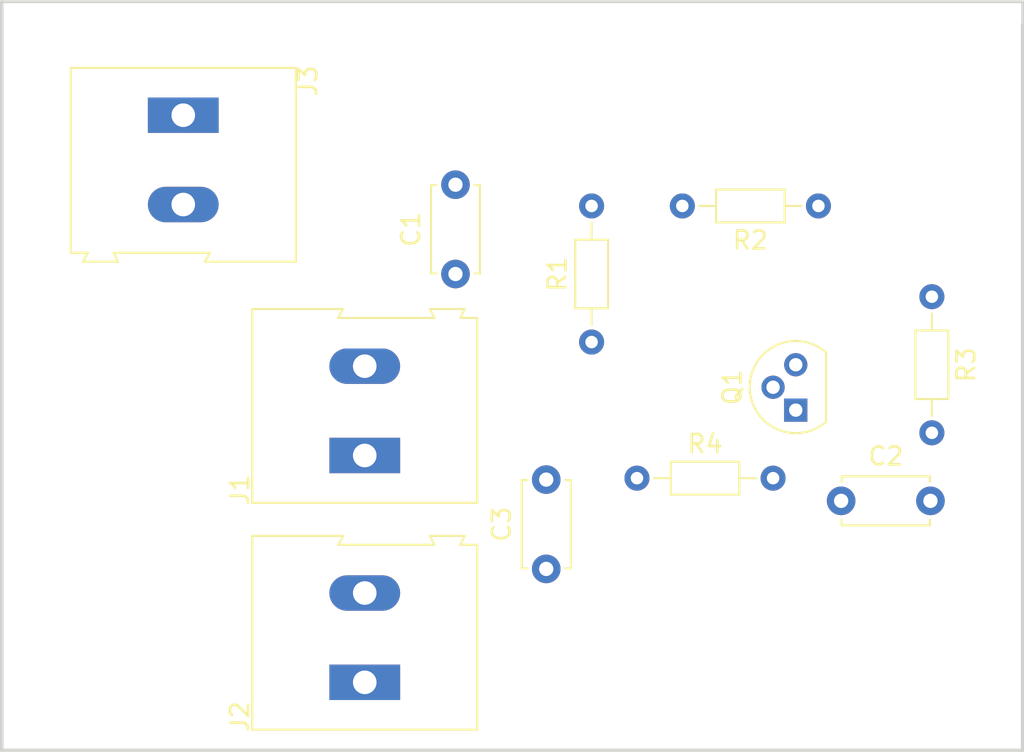
<source format=kicad_pcb>
(kicad_pcb (version 20171130) (host pcbnew "(5.0.0)")

  (general
    (thickness 1.6)
    (drawings 5)
    (tracks 0)
    (zones 0)
    (modules 11)
    (nets 8)
  )

  (page A4)
  (layers
    (0 F.Cu signal)
    (31 B.Cu signal)
    (35 F.Paste user)
    (36 B.SilkS user)
    (37 F.SilkS user)
    (38 B.Mask user)
    (39 F.Mask user)
    (40 Dwgs.User user)
    (41 Cmts.User user)
    (42 Eco1.User user)
    (43 Eco2.User user)
    (44 Edge.Cuts user)
    (45 Margin user)
    (46 B.CrtYd user)
    (47 F.CrtYd user)
    (49 F.Fab user)
  )

  (setup
    (last_trace_width 0.25)
    (trace_clearance 0.2)
    (zone_clearance 0.508)
    (zone_45_only no)
    (trace_min 0.2)
    (segment_width 0.2)
    (edge_width 0.15)
    (via_size 0.8)
    (via_drill 0.4)
    (via_min_size 0.4)
    (via_min_drill 0.3)
    (uvia_size 0.3)
    (uvia_drill 0.1)
    (uvias_allowed no)
    (uvia_min_size 0.2)
    (uvia_min_drill 0.1)
    (pcb_text_width 0.3)
    (pcb_text_size 1.5 1.5)
    (mod_edge_width 0.15)
    (mod_text_size 1 1)
    (mod_text_width 0.15)
    (pad_size 1.524 1.524)
    (pad_drill 0.762)
    (pad_to_mask_clearance 0.2)
    (aux_axis_origin 0 0)
    (visible_elements 7FFFFFFF)
    (pcbplotparams
      (layerselection 0x010fc_ffffffff)
      (usegerberextensions false)
      (usegerberattributes false)
      (usegerberadvancedattributes false)
      (creategerberjobfile false)
      (excludeedgelayer true)
      (linewidth 0.100000)
      (plotframeref false)
      (viasonmask false)
      (mode 1)
      (useauxorigin false)
      (hpglpennumber 1)
      (hpglpenspeed 20)
      (hpglpendiameter 15.000000)
      (psnegative false)
      (psa4output false)
      (plotreference true)
      (plotvalue true)
      (plotinvisibletext false)
      (padsonsilk false)
      (subtractmaskfromsilk false)
      (outputformat 1)
      (mirror false)
      (drillshape 1)
      (scaleselection 1)
      (outputdirectory ""))
  )

  (net 0 "")
  (net 1 "Net-(C1-Pad1)")
  (net 2 "Net-(C1-Pad2)")
  (net 3 "Net-(C2-Pad1)")
  (net 4 "Net-(C2-Pad2)")
  (net 5 GND)
  (net 6 "Net-(C3-Pad1)")
  (net 7 VCC)

  (net_class Default "This is the default net class."
    (clearance 0.2)
    (trace_width 0.25)
    (via_dia 0.8)
    (via_drill 0.4)
    (uvia_dia 0.3)
    (uvia_drill 0.1)
    (add_net GND)
    (add_net "Net-(C1-Pad1)")
    (add_net "Net-(C1-Pad2)")
    (add_net "Net-(C2-Pad1)")
    (add_net "Net-(C2-Pad2)")
    (add_net "Net-(C3-Pad1)")
    (add_net VCC)
  )

  (net_class Power ""
    (clearance 0.5)
    (trace_width 0.3)
    (via_dia 1)
    (via_drill 0.4)
    (uvia_dia 0.3)
    (uvia_drill 0.1)
  )

  (module Capacitor_THT:C_Disc_D4.7mm_W2.5mm_P5.00mm (layer F.Cu) (tedit 5AE50EF0) (tstamp 5CA9DAAE)
    (at 116.84 54.61 90)
    (descr "C, Disc series, Radial, pin pitch=5.00mm, , diameter*width=4.7*2.5mm^2, Capacitor, http://www.vishay.com/docs/45233/krseries.pdf")
    (tags "C Disc series Radial pin pitch 5.00mm  diameter 4.7mm width 2.5mm Capacitor")
    (path /5C8A4481)
    (fp_text reference C1 (at 2.5 -2.5 90) (layer F.SilkS)
      (effects (font (size 1 1) (thickness 0.15)))
    )
    (fp_text value 1uF (at 2.5 2.5 90) (layer F.Fab)
      (effects (font (size 1 1) (thickness 0.15)))
    )
    (fp_line (start 0.15 -1.25) (end 0.15 1.25) (layer F.Fab) (width 0.1))
    (fp_line (start 0.15 1.25) (end 4.85 1.25) (layer F.Fab) (width 0.1))
    (fp_line (start 4.85 1.25) (end 4.85 -1.25) (layer F.Fab) (width 0.1))
    (fp_line (start 4.85 -1.25) (end 0.15 -1.25) (layer F.Fab) (width 0.1))
    (fp_line (start 0.03 -1.37) (end 4.97 -1.37) (layer F.SilkS) (width 0.12))
    (fp_line (start 0.03 1.37) (end 4.97 1.37) (layer F.SilkS) (width 0.12))
    (fp_line (start 0.03 -1.37) (end 0.03 -1.055) (layer F.SilkS) (width 0.12))
    (fp_line (start 0.03 1.055) (end 0.03 1.37) (layer F.SilkS) (width 0.12))
    (fp_line (start 4.97 -1.37) (end 4.97 -1.055) (layer F.SilkS) (width 0.12))
    (fp_line (start 4.97 1.055) (end 4.97 1.37) (layer F.SilkS) (width 0.12))
    (fp_line (start -1.05 -1.5) (end -1.05 1.5) (layer F.CrtYd) (width 0.05))
    (fp_line (start -1.05 1.5) (end 6.05 1.5) (layer F.CrtYd) (width 0.05))
    (fp_line (start 6.05 1.5) (end 6.05 -1.5) (layer F.CrtYd) (width 0.05))
    (fp_line (start 6.05 -1.5) (end -1.05 -1.5) (layer F.CrtYd) (width 0.05))
    (fp_text user %R (at 2.5 0 90) (layer F.Fab)
      (effects (font (size 0.94 0.94) (thickness 0.141)))
    )
    (pad 1 thru_hole circle (at 0 0 90) (size 1.6 1.6) (drill 0.8) (layers *.Cu *.Mask)
      (net 1 "Net-(C1-Pad1)"))
    (pad 2 thru_hole circle (at 5 0 90) (size 1.6 1.6) (drill 0.8) (layers *.Cu *.Mask)
      (net 2 "Net-(C1-Pad2)"))
    (model ${KISYS3DMOD}/Capacitor_THT.3dshapes/C_Disc_D4.7mm_W2.5mm_P5.00mm.wrl
      (at (xyz 0 0 0))
      (scale (xyz 1 1 1))
      (rotate (xyz 0 0 0))
    )
  )

  (module Capacitor_THT:C_Disc_D4.7mm_W2.5mm_P5.00mm (layer F.Cu) (tedit 5AE50EF0) (tstamp 5CA9DAC3)
    (at 138.43 67.31)
    (descr "C, Disc series, Radial, pin pitch=5.00mm, , diameter*width=4.7*2.5mm^2, Capacitor, http://www.vishay.com/docs/45233/krseries.pdf")
    (tags "C Disc series Radial pin pitch 5.00mm  diameter 4.7mm width 2.5mm Capacitor")
    (path /5C8A49AE)
    (fp_text reference C2 (at 2.5 -2.5) (layer F.SilkS)
      (effects (font (size 1 1) (thickness 0.15)))
    )
    (fp_text value 4.7uF (at 2.5 2.5) (layer F.Fab)
      (effects (font (size 1 1) (thickness 0.15)))
    )
    (fp_line (start 0.15 -1.25) (end 0.15 1.25) (layer F.Fab) (width 0.1))
    (fp_line (start 0.15 1.25) (end 4.85 1.25) (layer F.Fab) (width 0.1))
    (fp_line (start 4.85 1.25) (end 4.85 -1.25) (layer F.Fab) (width 0.1))
    (fp_line (start 4.85 -1.25) (end 0.15 -1.25) (layer F.Fab) (width 0.1))
    (fp_line (start 0.03 -1.37) (end 4.97 -1.37) (layer F.SilkS) (width 0.12))
    (fp_line (start 0.03 1.37) (end 4.97 1.37) (layer F.SilkS) (width 0.12))
    (fp_line (start 0.03 -1.37) (end 0.03 -1.055) (layer F.SilkS) (width 0.12))
    (fp_line (start 0.03 1.055) (end 0.03 1.37) (layer F.SilkS) (width 0.12))
    (fp_line (start 4.97 -1.37) (end 4.97 -1.055) (layer F.SilkS) (width 0.12))
    (fp_line (start 4.97 1.055) (end 4.97 1.37) (layer F.SilkS) (width 0.12))
    (fp_line (start -1.05 -1.5) (end -1.05 1.5) (layer F.CrtYd) (width 0.05))
    (fp_line (start -1.05 1.5) (end 6.05 1.5) (layer F.CrtYd) (width 0.05))
    (fp_line (start 6.05 1.5) (end 6.05 -1.5) (layer F.CrtYd) (width 0.05))
    (fp_line (start 6.05 -1.5) (end -1.05 -1.5) (layer F.CrtYd) (width 0.05))
    (fp_text user %R (at 2.5 0) (layer F.Fab)
      (effects (font (size 0.94 0.94) (thickness 0.141)))
    )
    (pad 1 thru_hole circle (at 0 0) (size 1.6 1.6) (drill 0.8) (layers *.Cu *.Mask)
      (net 3 "Net-(C2-Pad1)"))
    (pad 2 thru_hole circle (at 5 0) (size 1.6 1.6) (drill 0.8) (layers *.Cu *.Mask)
      (net 4 "Net-(C2-Pad2)"))
    (model ${KISYS3DMOD}/Capacitor_THT.3dshapes/C_Disc_D4.7mm_W2.5mm_P5.00mm.wrl
      (at (xyz 0 0 0))
      (scale (xyz 1 1 1))
      (rotate (xyz 0 0 0))
    )
  )

  (module Capacitor_THT:C_Disc_D4.7mm_W2.5mm_P5.00mm (layer F.Cu) (tedit 5AE50EF0) (tstamp 5CA9DAD8)
    (at 121.92 71.12 90)
    (descr "C, Disc series, Radial, pin pitch=5.00mm, , diameter*width=4.7*2.5mm^2, Capacitor, http://www.vishay.com/docs/45233/krseries.pdf")
    (tags "C Disc series Radial pin pitch 5.00mm  diameter 4.7mm width 2.5mm Capacitor")
    (path /5C8A45C3)
    (fp_text reference C3 (at 2.5 -2.5 90) (layer F.SilkS)
      (effects (font (size 1 1) (thickness 0.15)))
    )
    (fp_text value 22uF (at 2.5 2.5 90) (layer F.Fab)
      (effects (font (size 1 1) (thickness 0.15)))
    )
    (fp_text user %R (at 2.5 0 90) (layer F.Fab)
      (effects (font (size 0.94 0.94) (thickness 0.141)))
    )
    (fp_line (start 6.05 -1.5) (end -1.05 -1.5) (layer F.CrtYd) (width 0.05))
    (fp_line (start 6.05 1.5) (end 6.05 -1.5) (layer F.CrtYd) (width 0.05))
    (fp_line (start -1.05 1.5) (end 6.05 1.5) (layer F.CrtYd) (width 0.05))
    (fp_line (start -1.05 -1.5) (end -1.05 1.5) (layer F.CrtYd) (width 0.05))
    (fp_line (start 4.97 1.055) (end 4.97 1.37) (layer F.SilkS) (width 0.12))
    (fp_line (start 4.97 -1.37) (end 4.97 -1.055) (layer F.SilkS) (width 0.12))
    (fp_line (start 0.03 1.055) (end 0.03 1.37) (layer F.SilkS) (width 0.12))
    (fp_line (start 0.03 -1.37) (end 0.03 -1.055) (layer F.SilkS) (width 0.12))
    (fp_line (start 0.03 1.37) (end 4.97 1.37) (layer F.SilkS) (width 0.12))
    (fp_line (start 0.03 -1.37) (end 4.97 -1.37) (layer F.SilkS) (width 0.12))
    (fp_line (start 4.85 -1.25) (end 0.15 -1.25) (layer F.Fab) (width 0.1))
    (fp_line (start 4.85 1.25) (end 4.85 -1.25) (layer F.Fab) (width 0.1))
    (fp_line (start 0.15 1.25) (end 4.85 1.25) (layer F.Fab) (width 0.1))
    (fp_line (start 0.15 -1.25) (end 0.15 1.25) (layer F.Fab) (width 0.1))
    (pad 2 thru_hole circle (at 5 0 90) (size 1.6 1.6) (drill 0.8) (layers *.Cu *.Mask)
      (net 5 GND))
    (pad 1 thru_hole circle (at 0 0 90) (size 1.6 1.6) (drill 0.8) (layers *.Cu *.Mask)
      (net 6 "Net-(C3-Pad1)"))
    (model ${KISYS3DMOD}/Capacitor_THT.3dshapes/C_Disc_D4.7mm_W2.5mm_P5.00mm.wrl
      (at (xyz 0 0 0))
      (scale (xyz 1 1 1))
      (rotate (xyz 0 0 0))
    )
  )

  (module TerminalBlock:TerminalBlock_Altech_AK300-2_P5.00mm (layer F.Cu) (tedit 59FF0306) (tstamp 5CA9DB3F)
    (at 111.76 64.77 90)
    (descr "Altech AK300 terminal block, pitch 5.0mm, 45 degree angled, see http://www.mouser.com/ds/2/16/PCBMETRC-24178.pdf")
    (tags "Altech AK300 terminal block pitch 5.0mm")
    (path /5C8A4169)
    (fp_text reference J1 (at -1.92 -6.99 90) (layer F.SilkS)
      (effects (font (size 1 1) (thickness 0.15)))
    )
    (fp_text value Conn_01x02 (at 2.78 7.75 90) (layer F.Fab)
      (effects (font (size 1 1) (thickness 0.15)))
    )
    (fp_text user %R (at 2.5 -2 90) (layer F.Fab)
      (effects (font (size 1 1) (thickness 0.15)))
    )
    (fp_line (start -2.65 -6.3) (end -2.65 6.3) (layer F.SilkS) (width 0.12))
    (fp_line (start -2.65 6.3) (end 7.7 6.3) (layer F.SilkS) (width 0.12))
    (fp_line (start 7.7 6.3) (end 7.7 5.35) (layer F.SilkS) (width 0.12))
    (fp_line (start 7.7 5.35) (end 8.2 5.6) (layer F.SilkS) (width 0.12))
    (fp_line (start 8.2 5.6) (end 8.2 3.7) (layer F.SilkS) (width 0.12))
    (fp_line (start 8.2 3.7) (end 8.2 3.65) (layer F.SilkS) (width 0.12))
    (fp_line (start 8.2 3.65) (end 7.7 3.9) (layer F.SilkS) (width 0.12))
    (fp_line (start 7.7 3.9) (end 7.7 -1.5) (layer F.SilkS) (width 0.12))
    (fp_line (start 7.7 -1.5) (end 8.2 -1.2) (layer F.SilkS) (width 0.12))
    (fp_line (start 8.2 -1.2) (end 8.2 -6.3) (layer F.SilkS) (width 0.12))
    (fp_line (start 8.2 -6.3) (end -2.65 -6.3) (layer F.SilkS) (width 0.12))
    (fp_line (start -1.26 2.54) (end 1.28 2.54) (layer F.Fab) (width 0.1))
    (fp_line (start 1.28 2.54) (end 1.28 -0.25) (layer F.Fab) (width 0.1))
    (fp_line (start -1.26 -0.25) (end 1.28 -0.25) (layer F.Fab) (width 0.1))
    (fp_line (start -1.26 2.54) (end -1.26 -0.25) (layer F.Fab) (width 0.1))
    (fp_line (start 3.74 2.54) (end 6.28 2.54) (layer F.Fab) (width 0.1))
    (fp_line (start 6.28 2.54) (end 6.28 -0.25) (layer F.Fab) (width 0.1))
    (fp_line (start 3.74 -0.25) (end 6.28 -0.25) (layer F.Fab) (width 0.1))
    (fp_line (start 3.74 2.54) (end 3.74 -0.25) (layer F.Fab) (width 0.1))
    (fp_line (start 7.61 -6.22) (end 7.61 -3.17) (layer F.Fab) (width 0.1))
    (fp_line (start 7.61 -6.22) (end -2.58 -6.22) (layer F.Fab) (width 0.1))
    (fp_line (start 7.61 -6.22) (end 8.11 -6.22) (layer F.Fab) (width 0.1))
    (fp_line (start 8.11 -6.22) (end 8.11 -1.4) (layer F.Fab) (width 0.1))
    (fp_line (start 8.11 -1.4) (end 7.61 -1.65) (layer F.Fab) (width 0.1))
    (fp_line (start 8.11 5.46) (end 7.61 5.21) (layer F.Fab) (width 0.1))
    (fp_line (start 7.61 5.21) (end 7.61 6.22) (layer F.Fab) (width 0.1))
    (fp_line (start 8.11 3.81) (end 7.61 4.06) (layer F.Fab) (width 0.1))
    (fp_line (start 7.61 4.06) (end 7.61 5.21) (layer F.Fab) (width 0.1))
    (fp_line (start 8.11 3.81) (end 8.11 5.46) (layer F.Fab) (width 0.1))
    (fp_line (start 2.98 6.22) (end 2.98 4.32) (layer F.Fab) (width 0.1))
    (fp_line (start 7.05 -0.25) (end 7.05 4.32) (layer F.Fab) (width 0.1))
    (fp_line (start 2.98 6.22) (end 7.05 6.22) (layer F.Fab) (width 0.1))
    (fp_line (start 7.05 6.22) (end 7.61 6.22) (layer F.Fab) (width 0.1))
    (fp_line (start 2.04 6.22) (end 2.04 4.32) (layer F.Fab) (width 0.1))
    (fp_line (start 2.04 6.22) (end 2.98 6.22) (layer F.Fab) (width 0.1))
    (fp_line (start -2.02 -0.25) (end -2.02 4.32) (layer F.Fab) (width 0.1))
    (fp_line (start -2.58 6.22) (end -2.02 6.22) (layer F.Fab) (width 0.1))
    (fp_line (start -2.02 6.22) (end 2.04 6.22) (layer F.Fab) (width 0.1))
    (fp_line (start 2.98 4.32) (end 7.05 4.32) (layer F.Fab) (width 0.1))
    (fp_line (start 2.98 4.32) (end 2.98 -0.25) (layer F.Fab) (width 0.1))
    (fp_line (start 7.05 4.32) (end 7.05 6.22) (layer F.Fab) (width 0.1))
    (fp_line (start 2.04 4.32) (end -2.02 4.32) (layer F.Fab) (width 0.1))
    (fp_line (start 2.04 4.32) (end 2.04 -0.25) (layer F.Fab) (width 0.1))
    (fp_line (start -2.02 4.32) (end -2.02 6.22) (layer F.Fab) (width 0.1))
    (fp_line (start 6.67 3.68) (end 6.67 0.51) (layer F.Fab) (width 0.1))
    (fp_line (start 6.67 3.68) (end 3.36 3.68) (layer F.Fab) (width 0.1))
    (fp_line (start 3.36 3.68) (end 3.36 0.51) (layer F.Fab) (width 0.1))
    (fp_line (start 1.66 3.68) (end 1.66 0.51) (layer F.Fab) (width 0.1))
    (fp_line (start 1.66 3.68) (end -1.64 3.68) (layer F.Fab) (width 0.1))
    (fp_line (start -1.64 3.68) (end -1.64 0.51) (layer F.Fab) (width 0.1))
    (fp_line (start -1.64 0.51) (end -1.26 0.51) (layer F.Fab) (width 0.1))
    (fp_line (start 1.66 0.51) (end 1.28 0.51) (layer F.Fab) (width 0.1))
    (fp_line (start 3.36 0.51) (end 3.74 0.51) (layer F.Fab) (width 0.1))
    (fp_line (start 6.67 0.51) (end 6.28 0.51) (layer F.Fab) (width 0.1))
    (fp_line (start -2.58 6.22) (end -2.58 -0.64) (layer F.Fab) (width 0.1))
    (fp_line (start -2.58 -0.64) (end -2.58 -3.17) (layer F.Fab) (width 0.1))
    (fp_line (start 7.61 -1.65) (end 7.61 -0.64) (layer F.Fab) (width 0.1))
    (fp_line (start 7.61 -0.64) (end 7.61 4.06) (layer F.Fab) (width 0.1))
    (fp_line (start -2.58 -3.17) (end 7.61 -3.17) (layer F.Fab) (width 0.1))
    (fp_line (start -2.58 -3.17) (end -2.58 -6.22) (layer F.Fab) (width 0.1))
    (fp_line (start 7.61 -3.17) (end 7.61 -1.65) (layer F.Fab) (width 0.1))
    (fp_line (start 2.98 -3.43) (end 2.98 -5.97) (layer F.Fab) (width 0.1))
    (fp_line (start 2.98 -5.97) (end 7.05 -5.97) (layer F.Fab) (width 0.1))
    (fp_line (start 7.05 -5.97) (end 7.05 -3.43) (layer F.Fab) (width 0.1))
    (fp_line (start 7.05 -3.43) (end 2.98 -3.43) (layer F.Fab) (width 0.1))
    (fp_line (start 2.04 -3.43) (end 2.04 -5.97) (layer F.Fab) (width 0.1))
    (fp_line (start 2.04 -3.43) (end -2.02 -3.43) (layer F.Fab) (width 0.1))
    (fp_line (start -2.02 -3.43) (end -2.02 -5.97) (layer F.Fab) (width 0.1))
    (fp_line (start 2.04 -5.97) (end -2.02 -5.97) (layer F.Fab) (width 0.1))
    (fp_line (start 3.39 -4.45) (end 6.44 -5.08) (layer F.Fab) (width 0.1))
    (fp_line (start 3.52 -4.32) (end 6.56 -4.95) (layer F.Fab) (width 0.1))
    (fp_line (start -1.62 -4.45) (end 1.44 -5.08) (layer F.Fab) (width 0.1))
    (fp_line (start -1.49 -4.32) (end 1.56 -4.95) (layer F.Fab) (width 0.1))
    (fp_line (start -2.02 -0.25) (end -1.64 -0.25) (layer F.Fab) (width 0.1))
    (fp_line (start 2.04 -0.25) (end 1.66 -0.25) (layer F.Fab) (width 0.1))
    (fp_line (start 1.66 -0.25) (end -1.64 -0.25) (layer F.Fab) (width 0.1))
    (fp_line (start -2.58 -0.64) (end -1.64 -0.64) (layer F.Fab) (width 0.1))
    (fp_line (start -1.64 -0.64) (end 1.66 -0.64) (layer F.Fab) (width 0.1))
    (fp_line (start 1.66 -0.64) (end 3.36 -0.64) (layer F.Fab) (width 0.1))
    (fp_line (start 7.61 -0.64) (end 6.67 -0.64) (layer F.Fab) (width 0.1))
    (fp_line (start 6.67 -0.64) (end 3.36 -0.64) (layer F.Fab) (width 0.1))
    (fp_line (start 7.05 -0.25) (end 6.67 -0.25) (layer F.Fab) (width 0.1))
    (fp_line (start 2.98 -0.25) (end 3.36 -0.25) (layer F.Fab) (width 0.1))
    (fp_line (start 3.36 -0.25) (end 6.67 -0.25) (layer F.Fab) (width 0.1))
    (fp_line (start -2.83 -6.47) (end 8.36 -6.47) (layer F.CrtYd) (width 0.05))
    (fp_line (start -2.83 -6.47) (end -2.83 6.47) (layer F.CrtYd) (width 0.05))
    (fp_line (start 8.36 6.47) (end 8.36 -6.47) (layer F.CrtYd) (width 0.05))
    (fp_line (start 8.36 6.47) (end -2.83 6.47) (layer F.CrtYd) (width 0.05))
    (fp_arc (start 6.03 -4.59) (end 6.54 -5.05) (angle 90.5) (layer F.Fab) (width 0.1))
    (fp_arc (start 5.07 -6.07) (end 6.53 -4.12) (angle 75.5) (layer F.Fab) (width 0.1))
    (fp_arc (start 4.99 -3.71) (end 3.39 -5) (angle 100) (layer F.Fab) (width 0.1))
    (fp_arc (start 3.87 -4.65) (end 3.58 -4.13) (angle 104.2) (layer F.Fab) (width 0.1))
    (fp_arc (start 1.03 -4.59) (end 1.53 -5.05) (angle 90.5) (layer F.Fab) (width 0.1))
    (fp_arc (start 0.06 -6.07) (end 1.53 -4.12) (angle 75.5) (layer F.Fab) (width 0.1))
    (fp_arc (start -0.01 -3.71) (end -1.62 -5) (angle 100) (layer F.Fab) (width 0.1))
    (fp_arc (start -1.13 -4.65) (end -1.42 -4.13) (angle 104.2) (layer F.Fab) (width 0.1))
    (pad 1 thru_hole rect (at 0 0 90) (size 1.98 3.96) (drill 1.32) (layers *.Cu *.Mask)
      (net 5 GND))
    (pad 2 thru_hole oval (at 5 0 90) (size 1.98 3.96) (drill 1.32) (layers *.Cu *.Mask)
      (net 2 "Net-(C1-Pad2)"))
    (model ${KISYS3DMOD}/TerminalBlock.3dshapes/TerminalBlock_Altech_AK300-2_P5.00mm.wrl
      (at (xyz 0 0 0))
      (scale (xyz 1 1 1))
      (rotate (xyz 0 0 0))
    )
  )

  (module TerminalBlock:TerminalBlock_Altech_AK300-2_P5.00mm (layer F.Cu) (tedit 59FF0306) (tstamp 5CA9DBA6)
    (at 111.76 77.47 90)
    (descr "Altech AK300 terminal block, pitch 5.0mm, 45 degree angled, see http://www.mouser.com/ds/2/16/PCBMETRC-24178.pdf")
    (tags "Altech AK300 terminal block pitch 5.0mm")
    (path /5C8A4C0A)
    (fp_text reference J2 (at -1.92 -6.99 90) (layer F.SilkS)
      (effects (font (size 1 1) (thickness 0.15)))
    )
    (fp_text value Conn_01x02 (at 2.78 7.75 90) (layer F.Fab)
      (effects (font (size 1 1) (thickness 0.15)))
    )
    (fp_arc (start -1.13 -4.65) (end -1.42 -4.13) (angle 104.2) (layer F.Fab) (width 0.1))
    (fp_arc (start -0.01 -3.71) (end -1.62 -5) (angle 100) (layer F.Fab) (width 0.1))
    (fp_arc (start 0.06 -6.07) (end 1.53 -4.12) (angle 75.5) (layer F.Fab) (width 0.1))
    (fp_arc (start 1.03 -4.59) (end 1.53 -5.05) (angle 90.5) (layer F.Fab) (width 0.1))
    (fp_arc (start 3.87 -4.65) (end 3.58 -4.13) (angle 104.2) (layer F.Fab) (width 0.1))
    (fp_arc (start 4.99 -3.71) (end 3.39 -5) (angle 100) (layer F.Fab) (width 0.1))
    (fp_arc (start 5.07 -6.07) (end 6.53 -4.12) (angle 75.5) (layer F.Fab) (width 0.1))
    (fp_arc (start 6.03 -4.59) (end 6.54 -5.05) (angle 90.5) (layer F.Fab) (width 0.1))
    (fp_line (start 8.36 6.47) (end -2.83 6.47) (layer F.CrtYd) (width 0.05))
    (fp_line (start 8.36 6.47) (end 8.36 -6.47) (layer F.CrtYd) (width 0.05))
    (fp_line (start -2.83 -6.47) (end -2.83 6.47) (layer F.CrtYd) (width 0.05))
    (fp_line (start -2.83 -6.47) (end 8.36 -6.47) (layer F.CrtYd) (width 0.05))
    (fp_line (start 3.36 -0.25) (end 6.67 -0.25) (layer F.Fab) (width 0.1))
    (fp_line (start 2.98 -0.25) (end 3.36 -0.25) (layer F.Fab) (width 0.1))
    (fp_line (start 7.05 -0.25) (end 6.67 -0.25) (layer F.Fab) (width 0.1))
    (fp_line (start 6.67 -0.64) (end 3.36 -0.64) (layer F.Fab) (width 0.1))
    (fp_line (start 7.61 -0.64) (end 6.67 -0.64) (layer F.Fab) (width 0.1))
    (fp_line (start 1.66 -0.64) (end 3.36 -0.64) (layer F.Fab) (width 0.1))
    (fp_line (start -1.64 -0.64) (end 1.66 -0.64) (layer F.Fab) (width 0.1))
    (fp_line (start -2.58 -0.64) (end -1.64 -0.64) (layer F.Fab) (width 0.1))
    (fp_line (start 1.66 -0.25) (end -1.64 -0.25) (layer F.Fab) (width 0.1))
    (fp_line (start 2.04 -0.25) (end 1.66 -0.25) (layer F.Fab) (width 0.1))
    (fp_line (start -2.02 -0.25) (end -1.64 -0.25) (layer F.Fab) (width 0.1))
    (fp_line (start -1.49 -4.32) (end 1.56 -4.95) (layer F.Fab) (width 0.1))
    (fp_line (start -1.62 -4.45) (end 1.44 -5.08) (layer F.Fab) (width 0.1))
    (fp_line (start 3.52 -4.32) (end 6.56 -4.95) (layer F.Fab) (width 0.1))
    (fp_line (start 3.39 -4.45) (end 6.44 -5.08) (layer F.Fab) (width 0.1))
    (fp_line (start 2.04 -5.97) (end -2.02 -5.97) (layer F.Fab) (width 0.1))
    (fp_line (start -2.02 -3.43) (end -2.02 -5.97) (layer F.Fab) (width 0.1))
    (fp_line (start 2.04 -3.43) (end -2.02 -3.43) (layer F.Fab) (width 0.1))
    (fp_line (start 2.04 -3.43) (end 2.04 -5.97) (layer F.Fab) (width 0.1))
    (fp_line (start 7.05 -3.43) (end 2.98 -3.43) (layer F.Fab) (width 0.1))
    (fp_line (start 7.05 -5.97) (end 7.05 -3.43) (layer F.Fab) (width 0.1))
    (fp_line (start 2.98 -5.97) (end 7.05 -5.97) (layer F.Fab) (width 0.1))
    (fp_line (start 2.98 -3.43) (end 2.98 -5.97) (layer F.Fab) (width 0.1))
    (fp_line (start 7.61 -3.17) (end 7.61 -1.65) (layer F.Fab) (width 0.1))
    (fp_line (start -2.58 -3.17) (end -2.58 -6.22) (layer F.Fab) (width 0.1))
    (fp_line (start -2.58 -3.17) (end 7.61 -3.17) (layer F.Fab) (width 0.1))
    (fp_line (start 7.61 -0.64) (end 7.61 4.06) (layer F.Fab) (width 0.1))
    (fp_line (start 7.61 -1.65) (end 7.61 -0.64) (layer F.Fab) (width 0.1))
    (fp_line (start -2.58 -0.64) (end -2.58 -3.17) (layer F.Fab) (width 0.1))
    (fp_line (start -2.58 6.22) (end -2.58 -0.64) (layer F.Fab) (width 0.1))
    (fp_line (start 6.67 0.51) (end 6.28 0.51) (layer F.Fab) (width 0.1))
    (fp_line (start 3.36 0.51) (end 3.74 0.51) (layer F.Fab) (width 0.1))
    (fp_line (start 1.66 0.51) (end 1.28 0.51) (layer F.Fab) (width 0.1))
    (fp_line (start -1.64 0.51) (end -1.26 0.51) (layer F.Fab) (width 0.1))
    (fp_line (start -1.64 3.68) (end -1.64 0.51) (layer F.Fab) (width 0.1))
    (fp_line (start 1.66 3.68) (end -1.64 3.68) (layer F.Fab) (width 0.1))
    (fp_line (start 1.66 3.68) (end 1.66 0.51) (layer F.Fab) (width 0.1))
    (fp_line (start 3.36 3.68) (end 3.36 0.51) (layer F.Fab) (width 0.1))
    (fp_line (start 6.67 3.68) (end 3.36 3.68) (layer F.Fab) (width 0.1))
    (fp_line (start 6.67 3.68) (end 6.67 0.51) (layer F.Fab) (width 0.1))
    (fp_line (start -2.02 4.32) (end -2.02 6.22) (layer F.Fab) (width 0.1))
    (fp_line (start 2.04 4.32) (end 2.04 -0.25) (layer F.Fab) (width 0.1))
    (fp_line (start 2.04 4.32) (end -2.02 4.32) (layer F.Fab) (width 0.1))
    (fp_line (start 7.05 4.32) (end 7.05 6.22) (layer F.Fab) (width 0.1))
    (fp_line (start 2.98 4.32) (end 2.98 -0.25) (layer F.Fab) (width 0.1))
    (fp_line (start 2.98 4.32) (end 7.05 4.32) (layer F.Fab) (width 0.1))
    (fp_line (start -2.02 6.22) (end 2.04 6.22) (layer F.Fab) (width 0.1))
    (fp_line (start -2.58 6.22) (end -2.02 6.22) (layer F.Fab) (width 0.1))
    (fp_line (start -2.02 -0.25) (end -2.02 4.32) (layer F.Fab) (width 0.1))
    (fp_line (start 2.04 6.22) (end 2.98 6.22) (layer F.Fab) (width 0.1))
    (fp_line (start 2.04 6.22) (end 2.04 4.32) (layer F.Fab) (width 0.1))
    (fp_line (start 7.05 6.22) (end 7.61 6.22) (layer F.Fab) (width 0.1))
    (fp_line (start 2.98 6.22) (end 7.05 6.22) (layer F.Fab) (width 0.1))
    (fp_line (start 7.05 -0.25) (end 7.05 4.32) (layer F.Fab) (width 0.1))
    (fp_line (start 2.98 6.22) (end 2.98 4.32) (layer F.Fab) (width 0.1))
    (fp_line (start 8.11 3.81) (end 8.11 5.46) (layer F.Fab) (width 0.1))
    (fp_line (start 7.61 4.06) (end 7.61 5.21) (layer F.Fab) (width 0.1))
    (fp_line (start 8.11 3.81) (end 7.61 4.06) (layer F.Fab) (width 0.1))
    (fp_line (start 7.61 5.21) (end 7.61 6.22) (layer F.Fab) (width 0.1))
    (fp_line (start 8.11 5.46) (end 7.61 5.21) (layer F.Fab) (width 0.1))
    (fp_line (start 8.11 -1.4) (end 7.61 -1.65) (layer F.Fab) (width 0.1))
    (fp_line (start 8.11 -6.22) (end 8.11 -1.4) (layer F.Fab) (width 0.1))
    (fp_line (start 7.61 -6.22) (end 8.11 -6.22) (layer F.Fab) (width 0.1))
    (fp_line (start 7.61 -6.22) (end -2.58 -6.22) (layer F.Fab) (width 0.1))
    (fp_line (start 7.61 -6.22) (end 7.61 -3.17) (layer F.Fab) (width 0.1))
    (fp_line (start 3.74 2.54) (end 3.74 -0.25) (layer F.Fab) (width 0.1))
    (fp_line (start 3.74 -0.25) (end 6.28 -0.25) (layer F.Fab) (width 0.1))
    (fp_line (start 6.28 2.54) (end 6.28 -0.25) (layer F.Fab) (width 0.1))
    (fp_line (start 3.74 2.54) (end 6.28 2.54) (layer F.Fab) (width 0.1))
    (fp_line (start -1.26 2.54) (end -1.26 -0.25) (layer F.Fab) (width 0.1))
    (fp_line (start -1.26 -0.25) (end 1.28 -0.25) (layer F.Fab) (width 0.1))
    (fp_line (start 1.28 2.54) (end 1.28 -0.25) (layer F.Fab) (width 0.1))
    (fp_line (start -1.26 2.54) (end 1.28 2.54) (layer F.Fab) (width 0.1))
    (fp_line (start 8.2 -6.3) (end -2.65 -6.3) (layer F.SilkS) (width 0.12))
    (fp_line (start 8.2 -1.2) (end 8.2 -6.3) (layer F.SilkS) (width 0.12))
    (fp_line (start 7.7 -1.5) (end 8.2 -1.2) (layer F.SilkS) (width 0.12))
    (fp_line (start 7.7 3.9) (end 7.7 -1.5) (layer F.SilkS) (width 0.12))
    (fp_line (start 8.2 3.65) (end 7.7 3.9) (layer F.SilkS) (width 0.12))
    (fp_line (start 8.2 3.7) (end 8.2 3.65) (layer F.SilkS) (width 0.12))
    (fp_line (start 8.2 5.6) (end 8.2 3.7) (layer F.SilkS) (width 0.12))
    (fp_line (start 7.7 5.35) (end 8.2 5.6) (layer F.SilkS) (width 0.12))
    (fp_line (start 7.7 6.3) (end 7.7 5.35) (layer F.SilkS) (width 0.12))
    (fp_line (start -2.65 6.3) (end 7.7 6.3) (layer F.SilkS) (width 0.12))
    (fp_line (start -2.65 -6.3) (end -2.65 6.3) (layer F.SilkS) (width 0.12))
    (fp_text user %R (at 2.5 -2 90) (layer F.Fab)
      (effects (font (size 1 1) (thickness 0.15)))
    )
    (pad 2 thru_hole oval (at 5 0 90) (size 1.98 3.96) (drill 1.32) (layers *.Cu *.Mask)
      (net 5 GND))
    (pad 1 thru_hole rect (at 0 0 90) (size 1.98 3.96) (drill 1.32) (layers *.Cu *.Mask)
      (net 3 "Net-(C2-Pad1)"))
    (model ${KISYS3DMOD}/TerminalBlock.3dshapes/TerminalBlock_Altech_AK300-2_P5.00mm.wrl
      (at (xyz 0 0 0))
      (scale (xyz 1 1 1))
      (rotate (xyz 0 0 0))
    )
  )

  (module Package_TO_SOT_THT:TO-92L (layer F.Cu) (tedit 5A27966C) (tstamp 5CA9DBB7)
    (at 135.89 62.23 90)
    (descr "TO-92L leads in-line (large body variant of TO-92), also known as TO-226, wide, drill 0.75mm (see https://www.diodes.com/assets/Package-Files/TO92L.pdf and http://www.ti.com/lit/an/snoa059/snoa059.pdf)")
    (tags "TO-92L Molded Narrow transistor")
    (path /5C8A4236)
    (fp_text reference Q1 (at 1.29 -3.56 90) (layer F.SilkS)
      (effects (font (size 1 1) (thickness 0.15)))
    )
    (fp_text value 2N2219 (at 1.29 2.79 90) (layer F.Fab)
      (effects (font (size 1 1) (thickness 0.15)))
    )
    (fp_text user %R (at 1.29 -3.56 90) (layer F.Fab)
      (effects (font (size 1 1) (thickness 0.15)))
    )
    (fp_line (start -0.65 1.7) (end 3.2 1.7) (layer F.SilkS) (width 0.12))
    (fp_line (start -0.6 1.6) (end 3.15 1.6) (layer F.Fab) (width 0.1))
    (fp_line (start -1.45 -2.75) (end 4.05 -2.75) (layer F.CrtYd) (width 0.05))
    (fp_line (start -1.45 -2.75) (end -1.45 1.85) (layer F.CrtYd) (width 0.05))
    (fp_line (start 4.05 1.85) (end 4.05 -2.75) (layer F.CrtYd) (width 0.05))
    (fp_line (start 4.05 1.85) (end -1.45 1.85) (layer F.CrtYd) (width 0.05))
    (fp_arc (start 1.29 0) (end -0.65 1.7) (angle 262.164354) (layer F.SilkS) (width 0.12))
    (fp_arc (start 1.29 0) (end 1.29 -2.48) (angle 129.9527847) (layer F.Fab) (width 0.1))
    (fp_arc (start 1.29 0) (end 1.29 -2.48) (angle -130.2499344) (layer F.Fab) (width 0.1))
    (pad 2 thru_hole circle (at 1.28 -1.27 180) (size 1.3 1.3) (drill 0.75) (layers *.Cu *.Mask)
      (net 1 "Net-(C1-Pad1)"))
    (pad 3 thru_hole circle (at 2.54 0 180) (size 1.3 1.3) (drill 0.75) (layers *.Cu *.Mask)
      (net 4 "Net-(C2-Pad2)"))
    (pad 1 thru_hole rect (at 0 0 180) (size 1.3 1.3) (drill 0.75) (layers *.Cu *.Mask)
      (net 6 "Net-(C3-Pad1)"))
    (model ${KISYS3DMOD}/Package_TO_SOT_THT.3dshapes/TO-92L.wrl
      (at (xyz 0 0 0))
      (scale (xyz 1 1 1))
      (rotate (xyz 0 0 0))
    )
  )

  (module Resistor_THT:R_Axial_DIN0204_L3.6mm_D1.6mm_P7.62mm_Horizontal (layer F.Cu) (tedit 5AE5139B) (tstamp 5CA9DBCE)
    (at 124.46 58.42 90)
    (descr "Resistor, Axial_DIN0204 series, Axial, Horizontal, pin pitch=7.62mm, 0.167W, length*diameter=3.6*1.6mm^2, http://cdn-reichelt.de/documents/datenblatt/B400/1_4W%23YAG.pdf")
    (tags "Resistor Axial_DIN0204 series Axial Horizontal pin pitch 7.62mm 0.167W length 3.6mm diameter 1.6mm")
    (path /5C8A44C2)
    (fp_text reference R1 (at 3.81 -1.92 90) (layer F.SilkS)
      (effects (font (size 1 1) (thickness 0.15)))
    )
    (fp_text value 1K (at 3.81 1.92 90) (layer F.Fab)
      (effects (font (size 1 1) (thickness 0.15)))
    )
    (fp_line (start 2.01 -0.8) (end 2.01 0.8) (layer F.Fab) (width 0.1))
    (fp_line (start 2.01 0.8) (end 5.61 0.8) (layer F.Fab) (width 0.1))
    (fp_line (start 5.61 0.8) (end 5.61 -0.8) (layer F.Fab) (width 0.1))
    (fp_line (start 5.61 -0.8) (end 2.01 -0.8) (layer F.Fab) (width 0.1))
    (fp_line (start 0 0) (end 2.01 0) (layer F.Fab) (width 0.1))
    (fp_line (start 7.62 0) (end 5.61 0) (layer F.Fab) (width 0.1))
    (fp_line (start 1.89 -0.92) (end 1.89 0.92) (layer F.SilkS) (width 0.12))
    (fp_line (start 1.89 0.92) (end 5.73 0.92) (layer F.SilkS) (width 0.12))
    (fp_line (start 5.73 0.92) (end 5.73 -0.92) (layer F.SilkS) (width 0.12))
    (fp_line (start 5.73 -0.92) (end 1.89 -0.92) (layer F.SilkS) (width 0.12))
    (fp_line (start 0.94 0) (end 1.89 0) (layer F.SilkS) (width 0.12))
    (fp_line (start 6.68 0) (end 5.73 0) (layer F.SilkS) (width 0.12))
    (fp_line (start -0.95 -1.05) (end -0.95 1.05) (layer F.CrtYd) (width 0.05))
    (fp_line (start -0.95 1.05) (end 8.57 1.05) (layer F.CrtYd) (width 0.05))
    (fp_line (start 8.57 1.05) (end 8.57 -1.05) (layer F.CrtYd) (width 0.05))
    (fp_line (start 8.57 -1.05) (end -0.95 -1.05) (layer F.CrtYd) (width 0.05))
    (fp_text user %R (at 3.81 0 90) (layer F.Fab)
      (effects (font (size 0.72 0.72) (thickness 0.108)))
    )
    (pad 1 thru_hole circle (at 0 0 90) (size 1.4 1.4) (drill 0.7) (layers *.Cu *.Mask)
      (net 5 GND))
    (pad 2 thru_hole oval (at 7.62 0 90) (size 1.4 1.4) (drill 0.7) (layers *.Cu *.Mask)
      (net 1 "Net-(C1-Pad1)"))
    (model ${KISYS3DMOD}/Resistor_THT.3dshapes/R_Axial_DIN0204_L3.6mm_D1.6mm_P7.62mm_Horizontal.wrl
      (at (xyz 0 0 0))
      (scale (xyz 1 1 1))
      (rotate (xyz 0 0 0))
    )
  )

  (module Resistor_THT:R_Axial_DIN0204_L3.6mm_D1.6mm_P7.62mm_Horizontal (layer F.Cu) (tedit 5AE5139B) (tstamp 5CA9DBE5)
    (at 137.16 50.8 180)
    (descr "Resistor, Axial_DIN0204 series, Axial, Horizontal, pin pitch=7.62mm, 0.167W, length*diameter=3.6*1.6mm^2, http://cdn-reichelt.de/documents/datenblatt/B400/1_4W%23YAG.pdf")
    (tags "Resistor Axial_DIN0204 series Axial Horizontal pin pitch 7.62mm 0.167W length 3.6mm diameter 1.6mm")
    (path /5C8A44F4)
    (fp_text reference R2 (at 3.81 -1.92 180) (layer F.SilkS)
      (effects (font (size 1 1) (thickness 0.15)))
    )
    (fp_text value 4.7K (at 3.81 1.92 180) (layer F.Fab)
      (effects (font (size 1 1) (thickness 0.15)))
    )
    (fp_text user %R (at 3.81 0 180) (layer F.Fab)
      (effects (font (size 0.72 0.72) (thickness 0.108)))
    )
    (fp_line (start 8.57 -1.05) (end -0.95 -1.05) (layer F.CrtYd) (width 0.05))
    (fp_line (start 8.57 1.05) (end 8.57 -1.05) (layer F.CrtYd) (width 0.05))
    (fp_line (start -0.95 1.05) (end 8.57 1.05) (layer F.CrtYd) (width 0.05))
    (fp_line (start -0.95 -1.05) (end -0.95 1.05) (layer F.CrtYd) (width 0.05))
    (fp_line (start 6.68 0) (end 5.73 0) (layer F.SilkS) (width 0.12))
    (fp_line (start 0.94 0) (end 1.89 0) (layer F.SilkS) (width 0.12))
    (fp_line (start 5.73 -0.92) (end 1.89 -0.92) (layer F.SilkS) (width 0.12))
    (fp_line (start 5.73 0.92) (end 5.73 -0.92) (layer F.SilkS) (width 0.12))
    (fp_line (start 1.89 0.92) (end 5.73 0.92) (layer F.SilkS) (width 0.12))
    (fp_line (start 1.89 -0.92) (end 1.89 0.92) (layer F.SilkS) (width 0.12))
    (fp_line (start 7.62 0) (end 5.61 0) (layer F.Fab) (width 0.1))
    (fp_line (start 0 0) (end 2.01 0) (layer F.Fab) (width 0.1))
    (fp_line (start 5.61 -0.8) (end 2.01 -0.8) (layer F.Fab) (width 0.1))
    (fp_line (start 5.61 0.8) (end 5.61 -0.8) (layer F.Fab) (width 0.1))
    (fp_line (start 2.01 0.8) (end 5.61 0.8) (layer F.Fab) (width 0.1))
    (fp_line (start 2.01 -0.8) (end 2.01 0.8) (layer F.Fab) (width 0.1))
    (pad 2 thru_hole oval (at 7.62 0 180) (size 1.4 1.4) (drill 0.7) (layers *.Cu *.Mask)
      (net 1 "Net-(C1-Pad1)"))
    (pad 1 thru_hole circle (at 0 0 180) (size 1.4 1.4) (drill 0.7) (layers *.Cu *.Mask)
      (net 7 VCC))
    (model ${KISYS3DMOD}/Resistor_THT.3dshapes/R_Axial_DIN0204_L3.6mm_D1.6mm_P7.62mm_Horizontal.wrl
      (at (xyz 0 0 0))
      (scale (xyz 1 1 1))
      (rotate (xyz 0 0 0))
    )
  )

  (module Resistor_THT:R_Axial_DIN0204_L3.6mm_D1.6mm_P7.62mm_Horizontal (layer F.Cu) (tedit 5AE5139B) (tstamp 5CA9DBFC)
    (at 143.51 55.88 270)
    (descr "Resistor, Axial_DIN0204 series, Axial, Horizontal, pin pitch=7.62mm, 0.167W, length*diameter=3.6*1.6mm^2, http://cdn-reichelt.de/documents/datenblatt/B400/1_4W%23YAG.pdf")
    (tags "Resistor Axial_DIN0204 series Axial Horizontal pin pitch 7.62mm 0.167W length 3.6mm diameter 1.6mm")
    (path /5C8A4526)
    (fp_text reference R3 (at 3.81 -1.92 270) (layer F.SilkS)
      (effects (font (size 1 1) (thickness 0.15)))
    )
    (fp_text value 4.7K (at 3.81 1.92 270) (layer F.Fab)
      (effects (font (size 1 1) (thickness 0.15)))
    )
    (fp_line (start 2.01 -0.8) (end 2.01 0.8) (layer F.Fab) (width 0.1))
    (fp_line (start 2.01 0.8) (end 5.61 0.8) (layer F.Fab) (width 0.1))
    (fp_line (start 5.61 0.8) (end 5.61 -0.8) (layer F.Fab) (width 0.1))
    (fp_line (start 5.61 -0.8) (end 2.01 -0.8) (layer F.Fab) (width 0.1))
    (fp_line (start 0 0) (end 2.01 0) (layer F.Fab) (width 0.1))
    (fp_line (start 7.62 0) (end 5.61 0) (layer F.Fab) (width 0.1))
    (fp_line (start 1.89 -0.92) (end 1.89 0.92) (layer F.SilkS) (width 0.12))
    (fp_line (start 1.89 0.92) (end 5.73 0.92) (layer F.SilkS) (width 0.12))
    (fp_line (start 5.73 0.92) (end 5.73 -0.92) (layer F.SilkS) (width 0.12))
    (fp_line (start 5.73 -0.92) (end 1.89 -0.92) (layer F.SilkS) (width 0.12))
    (fp_line (start 0.94 0) (end 1.89 0) (layer F.SilkS) (width 0.12))
    (fp_line (start 6.68 0) (end 5.73 0) (layer F.SilkS) (width 0.12))
    (fp_line (start -0.95 -1.05) (end -0.95 1.05) (layer F.CrtYd) (width 0.05))
    (fp_line (start -0.95 1.05) (end 8.57 1.05) (layer F.CrtYd) (width 0.05))
    (fp_line (start 8.57 1.05) (end 8.57 -1.05) (layer F.CrtYd) (width 0.05))
    (fp_line (start 8.57 -1.05) (end -0.95 -1.05) (layer F.CrtYd) (width 0.05))
    (fp_text user %R (at 3.81 0 270) (layer F.Fab)
      (effects (font (size 0.72 0.72) (thickness 0.108)))
    )
    (pad 1 thru_hole circle (at 0 0 270) (size 1.4 1.4) (drill 0.7) (layers *.Cu *.Mask)
      (net 7 VCC))
    (pad 2 thru_hole oval (at 7.62 0 270) (size 1.4 1.4) (drill 0.7) (layers *.Cu *.Mask)
      (net 4 "Net-(C2-Pad2)"))
    (model ${KISYS3DMOD}/Resistor_THT.3dshapes/R_Axial_DIN0204_L3.6mm_D1.6mm_P7.62mm_Horizontal.wrl
      (at (xyz 0 0 0))
      (scale (xyz 1 1 1))
      (rotate (xyz 0 0 0))
    )
  )

  (module Resistor_THT:R_Axial_DIN0204_L3.6mm_D1.6mm_P7.62mm_Horizontal (layer F.Cu) (tedit 5AE5139B) (tstamp 5CA9DC13)
    (at 127 66.04)
    (descr "Resistor, Axial_DIN0204 series, Axial, Horizontal, pin pitch=7.62mm, 0.167W, length*diameter=3.6*1.6mm^2, http://cdn-reichelt.de/documents/datenblatt/B400/1_4W%23YAG.pdf")
    (tags "Resistor Axial_DIN0204 series Axial Horizontal pin pitch 7.62mm 0.167W length 3.6mm diameter 1.6mm")
    (path /5C8A456A)
    (fp_text reference R4 (at 3.81 -1.92) (layer F.SilkS)
      (effects (font (size 1 1) (thickness 0.15)))
    )
    (fp_text value 1K (at 3.81 1.92) (layer F.Fab)
      (effects (font (size 1 1) (thickness 0.15)))
    )
    (fp_text user %R (at 3.81 0) (layer F.Fab)
      (effects (font (size 0.72 0.72) (thickness 0.108)))
    )
    (fp_line (start 8.57 -1.05) (end -0.95 -1.05) (layer F.CrtYd) (width 0.05))
    (fp_line (start 8.57 1.05) (end 8.57 -1.05) (layer F.CrtYd) (width 0.05))
    (fp_line (start -0.95 1.05) (end 8.57 1.05) (layer F.CrtYd) (width 0.05))
    (fp_line (start -0.95 -1.05) (end -0.95 1.05) (layer F.CrtYd) (width 0.05))
    (fp_line (start 6.68 0) (end 5.73 0) (layer F.SilkS) (width 0.12))
    (fp_line (start 0.94 0) (end 1.89 0) (layer F.SilkS) (width 0.12))
    (fp_line (start 5.73 -0.92) (end 1.89 -0.92) (layer F.SilkS) (width 0.12))
    (fp_line (start 5.73 0.92) (end 5.73 -0.92) (layer F.SilkS) (width 0.12))
    (fp_line (start 1.89 0.92) (end 5.73 0.92) (layer F.SilkS) (width 0.12))
    (fp_line (start 1.89 -0.92) (end 1.89 0.92) (layer F.SilkS) (width 0.12))
    (fp_line (start 7.62 0) (end 5.61 0) (layer F.Fab) (width 0.1))
    (fp_line (start 0 0) (end 2.01 0) (layer F.Fab) (width 0.1))
    (fp_line (start 5.61 -0.8) (end 2.01 -0.8) (layer F.Fab) (width 0.1))
    (fp_line (start 5.61 0.8) (end 5.61 -0.8) (layer F.Fab) (width 0.1))
    (fp_line (start 2.01 0.8) (end 5.61 0.8) (layer F.Fab) (width 0.1))
    (fp_line (start 2.01 -0.8) (end 2.01 0.8) (layer F.Fab) (width 0.1))
    (pad 2 thru_hole oval (at 7.62 0) (size 1.4 1.4) (drill 0.7) (layers *.Cu *.Mask)
      (net 6 "Net-(C3-Pad1)"))
    (pad 1 thru_hole circle (at 0 0) (size 1.4 1.4) (drill 0.7) (layers *.Cu *.Mask)
      (net 5 GND))
    (model ${KISYS3DMOD}/Resistor_THT.3dshapes/R_Axial_DIN0204_L3.6mm_D1.6mm_P7.62mm_Horizontal.wrl
      (at (xyz 0 0 0))
      (scale (xyz 1 1 1))
      (rotate (xyz 0 0 0))
    )
  )

  (module TerminalBlock:TerminalBlock_Altech_AK300-2_P5.00mm (layer F.Cu) (tedit 59FF0306) (tstamp 5CAA30FD)
    (at 101.6 45.72 270)
    (descr "Altech AK300 terminal block, pitch 5.0mm, 45 degree angled, see http://www.mouser.com/ds/2/16/PCBMETRC-24178.pdf")
    (tags "Altech AK300 terminal block pitch 5.0mm")
    (path /5CA9EAC4)
    (fp_text reference J3 (at -1.92 -6.99 270) (layer F.SilkS)
      (effects (font (size 1 1) (thickness 0.15)))
    )
    (fp_text value Screw_Terminal_01x02 (at 2.78 7.75 270) (layer F.Fab)
      (effects (font (size 1 1) (thickness 0.15)))
    )
    (fp_text user %R (at 2.5 -2 270) (layer F.Fab)
      (effects (font (size 1 1) (thickness 0.15)))
    )
    (fp_line (start -2.65 -6.3) (end -2.65 6.3) (layer F.SilkS) (width 0.12))
    (fp_line (start -2.65 6.3) (end 7.7 6.3) (layer F.SilkS) (width 0.12))
    (fp_line (start 7.7 6.3) (end 7.7 5.35) (layer F.SilkS) (width 0.12))
    (fp_line (start 7.7 5.35) (end 8.2 5.6) (layer F.SilkS) (width 0.12))
    (fp_line (start 8.2 5.6) (end 8.2 3.7) (layer F.SilkS) (width 0.12))
    (fp_line (start 8.2 3.7) (end 8.2 3.65) (layer F.SilkS) (width 0.12))
    (fp_line (start 8.2 3.65) (end 7.7 3.9) (layer F.SilkS) (width 0.12))
    (fp_line (start 7.7 3.9) (end 7.7 -1.5) (layer F.SilkS) (width 0.12))
    (fp_line (start 7.7 -1.5) (end 8.2 -1.2) (layer F.SilkS) (width 0.12))
    (fp_line (start 8.2 -1.2) (end 8.2 -6.3) (layer F.SilkS) (width 0.12))
    (fp_line (start 8.2 -6.3) (end -2.65 -6.3) (layer F.SilkS) (width 0.12))
    (fp_line (start -1.26 2.54) (end 1.28 2.54) (layer F.Fab) (width 0.1))
    (fp_line (start 1.28 2.54) (end 1.28 -0.25) (layer F.Fab) (width 0.1))
    (fp_line (start -1.26 -0.25) (end 1.28 -0.25) (layer F.Fab) (width 0.1))
    (fp_line (start -1.26 2.54) (end -1.26 -0.25) (layer F.Fab) (width 0.1))
    (fp_line (start 3.74 2.54) (end 6.28 2.54) (layer F.Fab) (width 0.1))
    (fp_line (start 6.28 2.54) (end 6.28 -0.25) (layer F.Fab) (width 0.1))
    (fp_line (start 3.74 -0.25) (end 6.28 -0.25) (layer F.Fab) (width 0.1))
    (fp_line (start 3.74 2.54) (end 3.74 -0.25) (layer F.Fab) (width 0.1))
    (fp_line (start 7.61 -6.22) (end 7.61 -3.17) (layer F.Fab) (width 0.1))
    (fp_line (start 7.61 -6.22) (end -2.58 -6.22) (layer F.Fab) (width 0.1))
    (fp_line (start 7.61 -6.22) (end 8.11 -6.22) (layer F.Fab) (width 0.1))
    (fp_line (start 8.11 -6.22) (end 8.11 -1.4) (layer F.Fab) (width 0.1))
    (fp_line (start 8.11 -1.4) (end 7.61 -1.65) (layer F.Fab) (width 0.1))
    (fp_line (start 8.11 5.46) (end 7.61 5.21) (layer F.Fab) (width 0.1))
    (fp_line (start 7.61 5.21) (end 7.61 6.22) (layer F.Fab) (width 0.1))
    (fp_line (start 8.11 3.81) (end 7.61 4.06) (layer F.Fab) (width 0.1))
    (fp_line (start 7.61 4.06) (end 7.61 5.21) (layer F.Fab) (width 0.1))
    (fp_line (start 8.11 3.81) (end 8.11 5.46) (layer F.Fab) (width 0.1))
    (fp_line (start 2.98 6.22) (end 2.98 4.32) (layer F.Fab) (width 0.1))
    (fp_line (start 7.05 -0.25) (end 7.05 4.32) (layer F.Fab) (width 0.1))
    (fp_line (start 2.98 6.22) (end 7.05 6.22) (layer F.Fab) (width 0.1))
    (fp_line (start 7.05 6.22) (end 7.61 6.22) (layer F.Fab) (width 0.1))
    (fp_line (start 2.04 6.22) (end 2.04 4.32) (layer F.Fab) (width 0.1))
    (fp_line (start 2.04 6.22) (end 2.98 6.22) (layer F.Fab) (width 0.1))
    (fp_line (start -2.02 -0.25) (end -2.02 4.32) (layer F.Fab) (width 0.1))
    (fp_line (start -2.58 6.22) (end -2.02 6.22) (layer F.Fab) (width 0.1))
    (fp_line (start -2.02 6.22) (end 2.04 6.22) (layer F.Fab) (width 0.1))
    (fp_line (start 2.98 4.32) (end 7.05 4.32) (layer F.Fab) (width 0.1))
    (fp_line (start 2.98 4.32) (end 2.98 -0.25) (layer F.Fab) (width 0.1))
    (fp_line (start 7.05 4.32) (end 7.05 6.22) (layer F.Fab) (width 0.1))
    (fp_line (start 2.04 4.32) (end -2.02 4.32) (layer F.Fab) (width 0.1))
    (fp_line (start 2.04 4.32) (end 2.04 -0.25) (layer F.Fab) (width 0.1))
    (fp_line (start -2.02 4.32) (end -2.02 6.22) (layer F.Fab) (width 0.1))
    (fp_line (start 6.67 3.68) (end 6.67 0.51) (layer F.Fab) (width 0.1))
    (fp_line (start 6.67 3.68) (end 3.36 3.68) (layer F.Fab) (width 0.1))
    (fp_line (start 3.36 3.68) (end 3.36 0.51) (layer F.Fab) (width 0.1))
    (fp_line (start 1.66 3.68) (end 1.66 0.51) (layer F.Fab) (width 0.1))
    (fp_line (start 1.66 3.68) (end -1.64 3.68) (layer F.Fab) (width 0.1))
    (fp_line (start -1.64 3.68) (end -1.64 0.51) (layer F.Fab) (width 0.1))
    (fp_line (start -1.64 0.51) (end -1.26 0.51) (layer F.Fab) (width 0.1))
    (fp_line (start 1.66 0.51) (end 1.28 0.51) (layer F.Fab) (width 0.1))
    (fp_line (start 3.36 0.51) (end 3.74 0.51) (layer F.Fab) (width 0.1))
    (fp_line (start 6.67 0.51) (end 6.28 0.51) (layer F.Fab) (width 0.1))
    (fp_line (start -2.58 6.22) (end -2.58 -0.64) (layer F.Fab) (width 0.1))
    (fp_line (start -2.58 -0.64) (end -2.58 -3.17) (layer F.Fab) (width 0.1))
    (fp_line (start 7.61 -1.65) (end 7.61 -0.64) (layer F.Fab) (width 0.1))
    (fp_line (start 7.61 -0.64) (end 7.61 4.06) (layer F.Fab) (width 0.1))
    (fp_line (start -2.58 -3.17) (end 7.61 -3.17) (layer F.Fab) (width 0.1))
    (fp_line (start -2.58 -3.17) (end -2.58 -6.22) (layer F.Fab) (width 0.1))
    (fp_line (start 7.61 -3.17) (end 7.61 -1.65) (layer F.Fab) (width 0.1))
    (fp_line (start 2.98 -3.43) (end 2.98 -5.97) (layer F.Fab) (width 0.1))
    (fp_line (start 2.98 -5.97) (end 7.05 -5.97) (layer F.Fab) (width 0.1))
    (fp_line (start 7.05 -5.97) (end 7.05 -3.43) (layer F.Fab) (width 0.1))
    (fp_line (start 7.05 -3.43) (end 2.98 -3.43) (layer F.Fab) (width 0.1))
    (fp_line (start 2.04 -3.43) (end 2.04 -5.97) (layer F.Fab) (width 0.1))
    (fp_line (start 2.04 -3.43) (end -2.02 -3.43) (layer F.Fab) (width 0.1))
    (fp_line (start -2.02 -3.43) (end -2.02 -5.97) (layer F.Fab) (width 0.1))
    (fp_line (start 2.04 -5.97) (end -2.02 -5.97) (layer F.Fab) (width 0.1))
    (fp_line (start 3.39 -4.45) (end 6.44 -5.08) (layer F.Fab) (width 0.1))
    (fp_line (start 3.52 -4.32) (end 6.56 -4.95) (layer F.Fab) (width 0.1))
    (fp_line (start -1.62 -4.45) (end 1.44 -5.08) (layer F.Fab) (width 0.1))
    (fp_line (start -1.49 -4.32) (end 1.56 -4.95) (layer F.Fab) (width 0.1))
    (fp_line (start -2.02 -0.25) (end -1.64 -0.25) (layer F.Fab) (width 0.1))
    (fp_line (start 2.04 -0.25) (end 1.66 -0.25) (layer F.Fab) (width 0.1))
    (fp_line (start 1.66 -0.25) (end -1.64 -0.25) (layer F.Fab) (width 0.1))
    (fp_line (start -2.58 -0.64) (end -1.64 -0.64) (layer F.Fab) (width 0.1))
    (fp_line (start -1.64 -0.64) (end 1.66 -0.64) (layer F.Fab) (width 0.1))
    (fp_line (start 1.66 -0.64) (end 3.36 -0.64) (layer F.Fab) (width 0.1))
    (fp_line (start 7.61 -0.64) (end 6.67 -0.64) (layer F.Fab) (width 0.1))
    (fp_line (start 6.67 -0.64) (end 3.36 -0.64) (layer F.Fab) (width 0.1))
    (fp_line (start 7.05 -0.25) (end 6.67 -0.25) (layer F.Fab) (width 0.1))
    (fp_line (start 2.98 -0.25) (end 3.36 -0.25) (layer F.Fab) (width 0.1))
    (fp_line (start 3.36 -0.25) (end 6.67 -0.25) (layer F.Fab) (width 0.1))
    (fp_line (start -2.83 -6.47) (end 8.36 -6.47) (layer F.CrtYd) (width 0.05))
    (fp_line (start -2.83 -6.47) (end -2.83 6.47) (layer F.CrtYd) (width 0.05))
    (fp_line (start 8.36 6.47) (end 8.36 -6.47) (layer F.CrtYd) (width 0.05))
    (fp_line (start 8.36 6.47) (end -2.83 6.47) (layer F.CrtYd) (width 0.05))
    (fp_arc (start 6.03 -4.59) (end 6.54 -5.05) (angle 90.5) (layer F.Fab) (width 0.1))
    (fp_arc (start 5.07 -6.07) (end 6.53 -4.12) (angle 75.5) (layer F.Fab) (width 0.1))
    (fp_arc (start 4.99 -3.71) (end 3.39 -5) (angle 100) (layer F.Fab) (width 0.1))
    (fp_arc (start 3.87 -4.65) (end 3.58 -4.13) (angle 104.2) (layer F.Fab) (width 0.1))
    (fp_arc (start 1.03 -4.59) (end 1.53 -5.05) (angle 90.5) (layer F.Fab) (width 0.1))
    (fp_arc (start 0.06 -6.07) (end 1.53 -4.12) (angle 75.5) (layer F.Fab) (width 0.1))
    (fp_arc (start -0.01 -3.71) (end -1.62 -5) (angle 100) (layer F.Fab) (width 0.1))
    (fp_arc (start -1.13 -4.65) (end -1.42 -4.13) (angle 104.2) (layer F.Fab) (width 0.1))
    (pad 1 thru_hole rect (at 0 0 270) (size 1.98 3.96) (drill 1.32) (layers *.Cu *.Mask)
      (net 7 VCC))
    (pad 2 thru_hole oval (at 5 0 270) (size 1.98 3.96) (drill 1.32) (layers *.Cu *.Mask)
      (net 5 GND))
    (model ${KISYS3DMOD}/TerminalBlock.3dshapes/TerminalBlock_Altech_AK300-2_P5.00mm.wrl
      (at (xyz 0 0 0))
      (scale (xyz 1 1 1))
      (rotate (xyz 0 0 0))
    )
  )

  (gr_line (start 148.59 39.37) (end 148.59 41.91) (layer Edge.Cuts) (width 0.15))
  (gr_line (start 91.44 39.37) (end 148.59 39.37) (layer Edge.Cuts) (width 0.15))
  (gr_line (start 148.59 81.28) (end 148.59 40.64) (layer Edge.Cuts) (width 0.2))
  (gr_line (start 91.44 81.28) (end 148.59 81.28) (layer Edge.Cuts) (width 0.2))
  (gr_line (start 91.44 39.37) (end 91.44 81.28) (layer Edge.Cuts) (width 0.2))

)

</source>
